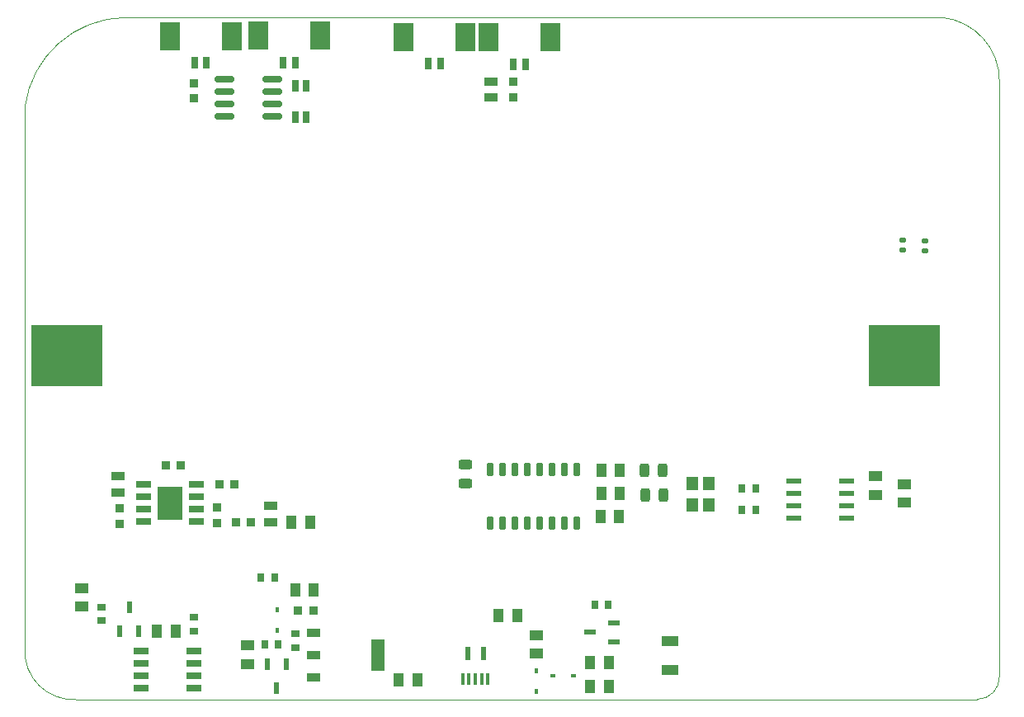
<source format=gbr>
%TF.GenerationSoftware,KiCad,Pcbnew,(6.0.2)*%
%TF.CreationDate,2022-03-20T21:01:51+02:00*%
%TF.ProjectId,main,6d61696e-2e6b-4696-9361-645f70636258,rev?*%
%TF.SameCoordinates,Original*%
%TF.FileFunction,Paste,Top*%
%TF.FilePolarity,Positive*%
%FSLAX46Y46*%
G04 Gerber Fmt 4.6, Leading zero omitted, Abs format (unit mm)*
G04 Created by KiCad (PCBNEW (6.0.2)) date 2022-03-20 21:01:51*
%MOMM*%
%LPD*%
G01*
G04 APERTURE LIST*
G04 Aperture macros list*
%AMRoundRect*
0 Rectangle with rounded corners*
0 $1 Rounding radius*
0 $2 $3 $4 $5 $6 $7 $8 $9 X,Y pos of 4 corners*
0 Add a 4 corners polygon primitive as box body*
4,1,4,$2,$3,$4,$5,$6,$7,$8,$9,$2,$3,0*
0 Add four circle primitives for the rounded corners*
1,1,$1+$1,$2,$3*
1,1,$1+$1,$4,$5*
1,1,$1+$1,$6,$7*
1,1,$1+$1,$8,$9*
0 Add four rect primitives between the rounded corners*
20,1,$1+$1,$2,$3,$4,$5,0*
20,1,$1+$1,$4,$5,$6,$7,0*
20,1,$1+$1,$6,$7,$8,$9,0*
20,1,$1+$1,$8,$9,$2,$3,0*%
G04 Aperture macros list end*
%TA.AperFunction,Profile*%
%ADD10C,0.100000*%
%TD*%
%ADD11R,0.730000X0.940000*%
%ADD12R,1.750000X1.050000*%
%ADD13R,0.900000X0.950000*%
%ADD14R,0.450000X0.600000*%
%ADD15R,1.470000X0.970000*%
%ADD16R,0.940000X0.730000*%
%ADD17R,7.340000X6.350000*%
%ADD18R,1.525000X0.700000*%
%ADD19R,2.513000X3.402000*%
%ADD20R,0.600000X0.450000*%
%ADD21R,0.400000X1.250000*%
%ADD22R,0.600000X1.350000*%
%ADD23RoundRect,0.049600X0.260400X-0.605400X0.260400X0.605400X-0.260400X0.605400X-0.260400X-0.605400X0*%
%ADD24R,1.000000X1.450000*%
%ADD25R,1.450000X1.000000*%
%ADD26RoundRect,0.243750X-0.243750X-0.456250X0.243750X-0.456250X0.243750X0.456250X-0.243750X0.456250X0*%
%ADD27R,0.600000X1.200000*%
%ADD28RoundRect,0.140000X0.170000X-0.140000X0.170000X0.140000X-0.170000X0.140000X-0.170000X-0.140000X0*%
%ADD29R,1.200000X1.400000*%
%ADD30R,1.550000X0.600000*%
%ADD31RoundRect,0.243750X0.456250X-0.243750X0.456250X0.243750X-0.456250X0.243750X-0.456250X-0.243750X0*%
%ADD32R,0.800000X1.300000*%
%ADD33R,2.100000X3.000000*%
%ADD34R,0.950000X0.900000*%
%ADD35RoundRect,0.150000X-0.825000X-0.150000X0.825000X-0.150000X0.825000X0.150000X-0.825000X0.150000X0*%
%ADD36R,1.200000X0.600000*%
%ADD37R,0.800000X1.200000*%
%ADD38R,1.450000X0.950000*%
%ADD39R,1.450000X3.250000*%
G04 APERTURE END LIST*
D10*
X189700000Y-76480000D02*
X189700000Y-137400000D01*
X100060000Y-69849999D02*
G75*
G03*
X89700000Y-79080000I93771J-10534423D01*
G01*
X89700000Y-134650000D02*
X89700000Y-79080000D01*
X187390000Y-139830000D02*
G75*
G03*
X189700000Y-137400000I17847J2295998D01*
G01*
X100060000Y-69850000D02*
X183790000Y-69850000D01*
X189700000Y-76480000D02*
G75*
G03*
X183790000Y-69850000I-6555369J105621D01*
G01*
X187390000Y-139830000D02*
X94910000Y-139830000D01*
X89700000Y-134650000D02*
G75*
G03*
X94910000Y-139830000I4932314J-249207D01*
G01*
D11*
%TO.C,C5*%
X114290000Y-134225000D03*
X115710000Y-134225000D03*
%TD*%
D12*
%TO.C,R5*%
X155900000Y-133875000D03*
X155900000Y-136775000D03*
%TD*%
D13*
%TO.C,D3*%
X109675000Y-117725000D03*
X111175000Y-117725000D03*
%TD*%
%TO.C,R8*%
X105725000Y-115800000D03*
X104125000Y-115800000D03*
%TD*%
D14*
%TO.C,D1*%
X142150000Y-136875000D03*
X142150000Y-138975000D03*
%TD*%
D15*
%TO.C,C2*%
X114950000Y-121655000D03*
X114950000Y-119995000D03*
%TD*%
D16*
%TO.C,C6*%
X117450000Y-134485000D03*
X117450000Y-133065000D03*
%TD*%
D17*
%TO.C,BT1*%
X93975000Y-104550000D03*
X179975000Y-104550000D03*
%TD*%
D18*
%TO.C,IC1*%
X107287000Y-121580000D03*
X107287000Y-120310000D03*
X107287000Y-119040000D03*
X107287000Y-117770000D03*
X101863000Y-117770000D03*
X101863000Y-119040000D03*
X101863000Y-120310000D03*
X101863000Y-121580000D03*
D19*
X104575000Y-119675000D03*
%TD*%
D20*
%TO.C,D2*%
X146000000Y-137400000D03*
X143900000Y-137400000D03*
%TD*%
D18*
%TO.C,U1*%
X107012000Y-138655000D03*
X107012000Y-137385000D03*
X107012000Y-136115000D03*
X107012000Y-134845000D03*
X101588000Y-134845000D03*
X101588000Y-136115000D03*
X101588000Y-137385000D03*
X101588000Y-138655000D03*
%TD*%
D21*
%TO.C,J5*%
X137225000Y-137750000D03*
X136575000Y-137750000D03*
X135925000Y-137750000D03*
X135275000Y-137750000D03*
X134625000Y-137750000D03*
D22*
X136725000Y-135100000D03*
X135125000Y-135100000D03*
%TD*%
D23*
%TO.C,U4*%
X137455000Y-121750000D03*
X138725000Y-121750000D03*
X139995000Y-121750000D03*
X141265000Y-121750000D03*
X142535000Y-121750000D03*
X143805000Y-121750000D03*
X145075000Y-121750000D03*
X146345000Y-121750000D03*
X146345000Y-116250000D03*
X145075000Y-116250000D03*
X143805000Y-116250000D03*
X142535000Y-116250000D03*
X141265000Y-116250000D03*
X139995000Y-116250000D03*
X138725000Y-116250000D03*
X137455000Y-116250000D03*
%TD*%
D16*
%TO.C,C7*%
X107025000Y-132835000D03*
X107025000Y-131415000D03*
%TD*%
D24*
%TO.C,R7*%
X149625000Y-138525000D03*
X147725000Y-138525000D03*
%TD*%
D25*
%TO.C,R19*%
X177000000Y-118850000D03*
X177000000Y-116950000D03*
%TD*%
D26*
%TO.C,D7*%
X153262500Y-116300000D03*
X155137500Y-116300000D03*
%TD*%
D27*
%TO.C,Q3*%
X116500000Y-136175000D03*
X114600000Y-136175000D03*
X115550000Y-138675000D03*
%TD*%
D26*
%TO.C,D6*%
X153362500Y-118900000D03*
X155237500Y-118900000D03*
%TD*%
D24*
%TO.C,R1*%
X117075000Y-121650000D03*
X118975000Y-121650000D03*
%TD*%
D28*
%TO.C,C10*%
X179800000Y-93680000D03*
X179800000Y-92720000D03*
%TD*%
D29*
%TO.C,Y1*%
X159850000Y-119900000D03*
X159850000Y-117700000D03*
X158150000Y-117700000D03*
X158150000Y-119900000D03*
%TD*%
D27*
%TO.C,Q2*%
X99450000Y-132850000D03*
X101350000Y-132850000D03*
X100400000Y-130350000D03*
%TD*%
D24*
%TO.C,R6*%
X147725000Y-136075000D03*
X149625000Y-136075000D03*
%TD*%
D16*
%TO.C,C4*%
X97600000Y-130340000D03*
X97600000Y-131760000D03*
%TD*%
D30*
%TO.C,IC3*%
X168600000Y-117395000D03*
X168600000Y-118665000D03*
X168600000Y-119935000D03*
X168600000Y-121205000D03*
X174000000Y-121205000D03*
X174000000Y-119935000D03*
X174000000Y-118665000D03*
X174000000Y-117395000D03*
%TD*%
D24*
%TO.C,R20*%
X148850000Y-118700000D03*
X150750000Y-118700000D03*
%TD*%
D31*
%TO.C,D8*%
X134900000Y-117637500D03*
X134900000Y-115762500D03*
%TD*%
D25*
%TO.C,R2*%
X142150000Y-135150000D03*
X142150000Y-133250000D03*
%TD*%
D32*
%TO.C,J6*%
X108350000Y-74534500D03*
X107100000Y-74534500D03*
D33*
X110900000Y-71784500D03*
X104550000Y-71784500D03*
%TD*%
D34*
%TO.C,R17*%
X139800000Y-76450000D03*
X139800000Y-78050000D03*
%TD*%
D25*
%TO.C,R10*%
X95550000Y-130325000D03*
X95550000Y-128425000D03*
%TD*%
D11*
%TO.C,C12*%
X164710000Y-120400000D03*
X163290000Y-120400000D03*
%TD*%
D24*
%TO.C,R22*%
X150650000Y-121100000D03*
X148750000Y-121100000D03*
%TD*%
%TO.C,R15*%
X105150000Y-132825000D03*
X103250000Y-132825000D03*
%TD*%
D34*
%TO.C,R16*%
X107075000Y-76575000D03*
X107075000Y-78175000D03*
%TD*%
D13*
%TO.C,D4*%
X111375000Y-121625000D03*
X112875000Y-121625000D03*
%TD*%
%TO.C,R13*%
X119350000Y-130675000D03*
X117750000Y-130675000D03*
%TD*%
D24*
%TO.C,R21*%
X148850000Y-116300000D03*
X150750000Y-116300000D03*
%TD*%
D11*
%TO.C,C13*%
X164710000Y-118200000D03*
X163290000Y-118200000D03*
%TD*%
D15*
%TO.C,C8*%
X137500000Y-76420000D03*
X137500000Y-78080000D03*
%TD*%
D11*
%TO.C,C1*%
X148150000Y-130125000D03*
X149570000Y-130125000D03*
%TD*%
D35*
%TO.C,U2*%
X110175000Y-76195000D03*
X110175000Y-77465000D03*
X110175000Y-78735000D03*
X110175000Y-80005000D03*
X115125000Y-80005000D03*
X115125000Y-78735000D03*
X115125000Y-77465000D03*
X115125000Y-76195000D03*
%TD*%
D36*
%TO.C,Q1*%
X150150000Y-133900000D03*
X150150000Y-132000000D03*
X147650000Y-132950000D03*
%TD*%
D14*
%TO.C,D5*%
X115600000Y-130625000D03*
X115600000Y-132725000D03*
%TD*%
D37*
%TO.C,U3*%
X118600000Y-80050000D03*
X117450000Y-80050000D03*
X117450000Y-76850000D03*
X118600000Y-76850000D03*
%TD*%
D11*
%TO.C,C9*%
X113940000Y-127300000D03*
X115360000Y-127300000D03*
%TD*%
D15*
%TO.C,C3*%
X99250000Y-116920000D03*
X99250000Y-118580000D03*
%TD*%
D25*
%TO.C,R12*%
X112525000Y-134275000D03*
X112525000Y-136175000D03*
%TD*%
%TO.C,R18*%
X179900000Y-119650000D03*
X179900000Y-117750000D03*
%TD*%
D24*
%TO.C,R4*%
X140200000Y-131250000D03*
X138300000Y-131250000D03*
%TD*%
D32*
%TO.C,J7*%
X117425000Y-74484500D03*
X116175000Y-74484500D03*
D33*
X119975000Y-71734500D03*
X113625000Y-71734500D03*
%TD*%
D34*
%TO.C,R11*%
X109450000Y-120150000D03*
X109450000Y-121750000D03*
%TD*%
D32*
%TO.C,J8*%
X132350000Y-74584500D03*
X131100000Y-74584500D03*
D33*
X134900000Y-71834500D03*
X128550000Y-71834500D03*
%TD*%
D24*
%TO.C,R14*%
X117450000Y-128625000D03*
X119350000Y-128625000D03*
%TD*%
D28*
%TO.C,C11*%
X182100000Y-93760000D03*
X182100000Y-92800000D03*
%TD*%
D24*
%TO.C,R3*%
X128050000Y-137800000D03*
X129950000Y-137800000D03*
%TD*%
D38*
%TO.C,IC2*%
X119325000Y-132960000D03*
X119325000Y-135250000D03*
X119325000Y-137540000D03*
D39*
X125925000Y-135250000D03*
%TD*%
D34*
%TO.C,R9*%
X99400000Y-121800000D03*
X99400000Y-120200000D03*
%TD*%
D32*
%TO.C,J9*%
X141050000Y-74634500D03*
X139800000Y-74634500D03*
D33*
X143600000Y-71884500D03*
X137250000Y-71884500D03*
%TD*%
M02*

</source>
